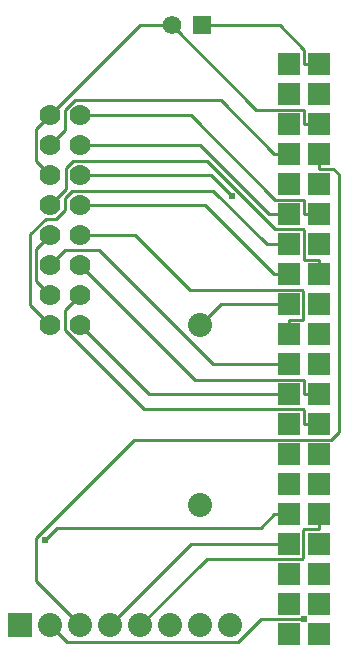
<source format=gbl>
G04 Layer: BottomLayer*
G04 EasyEDA v6.5.22, 2022-11-17 19:54:28*
G04 58078ef82a4c4da8a465e0a24104bfee,1ae14fa7f5aa486887b2aa5280da83c0,10*
G04 Gerber Generator version 0.2*
G04 Scale: 100 percent, Rotated: No, Reflected: No *
G04 Dimensions in millimeters *
G04 leading zeros omitted , absolute positions ,4 integer and 5 decimal *
%FSLAX45Y45*%
%MOMM*%

%ADD10C,0.2540*%
%ADD11C,1.7780*%
%ADD12R,1.8796X1.8796*%
%ADD13C,2.0320*%
%ADD14R,2.0320X2.0320*%
%ADD15R,1.5748X1.5748*%
%ADD16C,1.5748*%
%ADD17C,0.6100*%

%LPD*%
D10*
X508000Y-3048000D02*
G01*
X335965Y-2875965D01*
X335965Y-2280285D01*
X467258Y-2148992D01*
X560323Y-2148992D01*
X635000Y-2074316D01*
X635000Y-1969033D01*
X695070Y-1908962D01*
X1885162Y-1908962D01*
X2338400Y-2362200D01*
X2527300Y-2362200D01*
X2527300Y-3632200D02*
G01*
X1346200Y-3632200D01*
X762000Y-3048000D01*
X2659405Y-3886200D02*
G01*
X2659405Y-3764305D01*
X2649397Y-3754297D01*
X1301343Y-3754297D01*
X635000Y-3087954D01*
X635000Y-2921000D01*
X762000Y-2794000D01*
X2781300Y-3886200D02*
G01*
X2659405Y-3886200D01*
X2659405Y-1346200D02*
G01*
X2659405Y-1224305D01*
X2659227Y-1224127D01*
X2252827Y-1224127D01*
X1536700Y-508000D01*
X2781300Y-1346200D02*
G01*
X2659405Y-1346200D01*
X1536700Y-508000D02*
G01*
X1270000Y-508000D01*
X508000Y-1270000D01*
X508000Y-1270000D02*
G01*
X388112Y-1389887D01*
X388112Y-1658112D01*
X508000Y-1778000D01*
X508000Y-2286000D02*
G01*
X388112Y-2405887D01*
X388112Y-2674112D01*
X508000Y-2794000D01*
X2659405Y-3632200D02*
G01*
X2659405Y-3510305D01*
X2659227Y-3510127D01*
X1732127Y-3510127D01*
X762000Y-2540000D01*
X2781300Y-3632200D02*
G01*
X2659405Y-3632200D01*
X2527300Y-3378200D02*
G01*
X1887829Y-3378200D01*
X922629Y-2413000D01*
X635000Y-2413000D01*
X508000Y-2540000D01*
X2527300Y-3002305D02*
G01*
X2649194Y-3002305D01*
X2649372Y-3002127D01*
X2649372Y-2755519D01*
X2641981Y-2748127D01*
X1690801Y-2748127D01*
X1228674Y-2286000D01*
X762000Y-2286000D01*
X2527300Y-3124200D02*
G01*
X2527300Y-3002305D01*
X2405405Y-2616200D02*
G01*
X1821205Y-2032000D01*
X762000Y-2032000D01*
X2527300Y-2616200D02*
G01*
X2405405Y-2616200D01*
X2781300Y-2616200D02*
G01*
X2781300Y-2494305D01*
X2781300Y-2494305D02*
G01*
X2659405Y-2494305D01*
X2654300Y-2489200D01*
X2654300Y-2245207D01*
X2646806Y-2237714D01*
X2412238Y-2237714D01*
X1835530Y-1661007D01*
X698322Y-1661007D01*
X645007Y-1714322D01*
X645007Y-1894992D01*
X508000Y-2032000D01*
X2527300Y-2108200D02*
G01*
X2363571Y-2108200D01*
X1779371Y-1524000D01*
X762000Y-1524000D01*
X2405405Y-1600200D02*
G01*
X1950567Y-1145362D01*
X715746Y-1145362D01*
X635000Y-1226108D01*
X635000Y-1397000D01*
X508000Y-1524000D01*
X2527300Y-1600200D02*
G01*
X2405405Y-1600200D01*
X2659405Y-2108200D02*
G01*
X2659405Y-1986305D01*
X2659227Y-1986127D01*
X2412949Y-1986127D01*
X1696821Y-1270000D01*
X762000Y-1270000D01*
X2781300Y-2108200D02*
G01*
X2659405Y-2108200D01*
X1790700Y-508000D02*
G01*
X2451100Y-508000D01*
X2659405Y-716305D01*
X2659405Y-838200D01*
X2781300Y-838200D02*
G01*
X2659405Y-838200D01*
X1270000Y-5588000D02*
G01*
X1831263Y-5026736D01*
X2641981Y-5026736D01*
X2649372Y-5019344D01*
X2649372Y-4780127D01*
X2659405Y-4770094D01*
X2781300Y-4770094D01*
X2781300Y-4648200D02*
G01*
X2781300Y-4770094D01*
X1016000Y-5588000D02*
G01*
X1701800Y-4902200D01*
X2527300Y-4902200D01*
X1778000Y-3048000D02*
G01*
X1955800Y-2870200D01*
X2527300Y-2870200D01*
X762000Y-5588000D02*
G01*
X387451Y-5213451D01*
X387451Y-4850256D01*
X1219580Y-4018127D01*
X2883661Y-4018127D01*
X2952673Y-3949115D01*
X2952673Y-1771573D01*
X2903194Y-1722094D01*
X2781300Y-1722094D01*
X2781300Y-1600200D02*
G01*
X2781300Y-1722094D01*
X2405405Y-4648200D02*
G01*
X2291765Y-4761839D01*
X566978Y-4761839D01*
X459994Y-4868824D01*
X2527300Y-4648200D02*
G01*
X2405405Y-4648200D01*
X508000Y-5588000D02*
G01*
X648157Y-5728157D01*
X2097430Y-5728157D01*
X2288387Y-5537200D01*
X2654300Y-5537200D01*
X2044700Y-1953031D02*
G01*
X1869668Y-1778000D01*
X762000Y-1778000D01*
D11*
G01*
X762000Y-3048000D03*
G01*
X508000Y-3048000D03*
G01*
X762000Y-2794000D03*
G01*
X508000Y-2794000D03*
G01*
X762000Y-2540000D03*
G01*
X508000Y-2540000D03*
G01*
X762000Y-2286000D03*
G01*
X508000Y-2286000D03*
G01*
X762000Y-2032000D03*
G01*
X508000Y-2032000D03*
G01*
X762000Y-1778000D03*
G01*
X508000Y-1778000D03*
G01*
X762000Y-1524000D03*
G01*
X508000Y-1524000D03*
G01*
X762000Y-1270000D03*
G01*
X508000Y-1270000D03*
D12*
G01*
X2527300Y-838200D03*
G01*
X2781300Y-838200D03*
G01*
X2527300Y-1092200D03*
G01*
X2781300Y-1092200D03*
G01*
X2527300Y-1346200D03*
G01*
X2781300Y-1346200D03*
G01*
X2527300Y-1600200D03*
G01*
X2781300Y-1600200D03*
G01*
X2527300Y-1854200D03*
G01*
X2781300Y-1854200D03*
G01*
X2527300Y-2108200D03*
G01*
X2781300Y-2108200D03*
G01*
X2527300Y-2362200D03*
G01*
X2781300Y-2362200D03*
G01*
X2527300Y-2616200D03*
G01*
X2781300Y-2616200D03*
G01*
X2527300Y-2870200D03*
G01*
X2781300Y-2870200D03*
G01*
X2527300Y-3124200D03*
G01*
X2781300Y-3124200D03*
G01*
X2527300Y-3378200D03*
G01*
X2781300Y-3378200D03*
G01*
X2527300Y-3632200D03*
G01*
X2781300Y-3632200D03*
G01*
X2527300Y-3886200D03*
G01*
X2781300Y-3886200D03*
G01*
X2527300Y-4140200D03*
G01*
X2781300Y-4140200D03*
G01*
X2527300Y-4394200D03*
G01*
X2781300Y-4394200D03*
G01*
X2527300Y-4648200D03*
G01*
X2781300Y-4648200D03*
G01*
X2527300Y-4902200D03*
G01*
X2781300Y-4902200D03*
G01*
X2527300Y-5156200D03*
G01*
X2781300Y-5156200D03*
G01*
X2527300Y-5410200D03*
G01*
X2781300Y-5410200D03*
G01*
X2527300Y-5664200D03*
G01*
X2781300Y-5664200D03*
D13*
G01*
X1778000Y-3048000D03*
G01*
X1778000Y-4572000D03*
D14*
G01*
X254000Y-5588000D03*
D13*
G01*
X508000Y-5588000D03*
G01*
X762000Y-5588000D03*
G01*
X1016000Y-5588000D03*
G01*
X1270000Y-5588000D03*
G01*
X1524000Y-5588000D03*
G01*
X1778000Y-5588000D03*
G01*
X2032000Y-5588000D03*
D15*
G01*
X1790700Y-508000D03*
D16*
G01*
X1536700Y-508000D03*
D17*
G01*
X2044700Y-1953031D03*
G01*
X2654300Y-5537200D03*
G01*
X459994Y-4868824D03*
M02*

</source>
